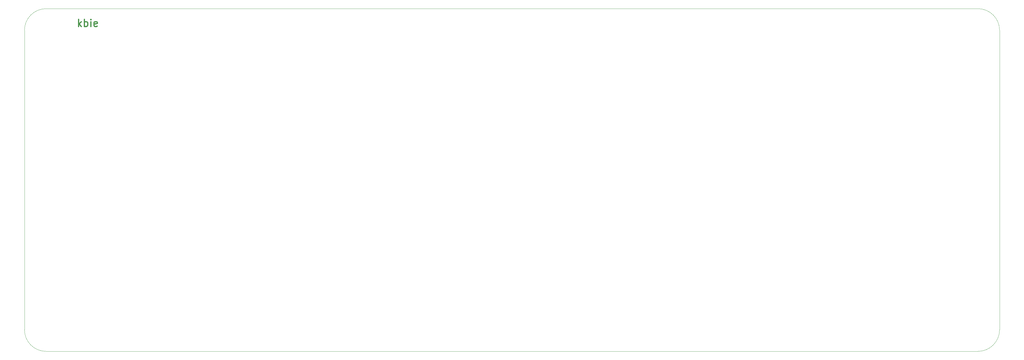
<source format=gbr>
%TF.GenerationSoftware,KiCad,Pcbnew,5.0.0-fee4fd1~66~ubuntu18.04.1*%
%TF.CreationDate,2018-09-12T00:22:08-07:00*%
%TF.ProjectId,keyboard2018,6B6579626F617264323031382E6B6963,rev?*%
%TF.SameCoordinates,Original*%
%TF.FileFunction,Legend,Top*%
%TF.FilePolarity,Positive*%
%FSLAX46Y46*%
G04 Gerber Fmt 4.6, Leading zero omitted, Abs format (unit mm)*
G04 Created by KiCad (PCBNEW 5.0.0-fee4fd1~66~ubuntu18.04.1) date Wed Sep 12 00:22:08 2018*
%MOMM*%
%LPD*%
G01*
G04 APERTURE LIST*
%ADD10C,0.406400*%
%ADD11C,0.050800*%
G04 APERTURE END LIST*
D10*
X66584285Y-85604047D02*
X66584285Y-83064047D01*
X66826190Y-84636428D02*
X67551904Y-85604047D01*
X67551904Y-83910714D02*
X66584285Y-84878333D01*
X68640476Y-85604047D02*
X68640476Y-83064047D01*
X68640476Y-84031666D02*
X68882380Y-83910714D01*
X69366190Y-83910714D01*
X69608095Y-84031666D01*
X69729047Y-84152619D01*
X69850000Y-84394523D01*
X69850000Y-85120238D01*
X69729047Y-85362142D01*
X69608095Y-85483095D01*
X69366190Y-85604047D01*
X68882380Y-85604047D01*
X68640476Y-85483095D01*
X70938571Y-85604047D02*
X70938571Y-83910714D01*
X70938571Y-83064047D02*
X70817619Y-83185000D01*
X70938571Y-83305952D01*
X71059523Y-83185000D01*
X70938571Y-83064047D01*
X70938571Y-83305952D01*
X73115714Y-85483095D02*
X72873809Y-85604047D01*
X72390000Y-85604047D01*
X72148095Y-85483095D01*
X72027142Y-85241190D01*
X72027142Y-84273571D01*
X72148095Y-84031666D01*
X72390000Y-83910714D01*
X72873809Y-83910714D01*
X73115714Y-84031666D01*
X73236666Y-84273571D01*
X73236666Y-84515476D01*
X72027142Y-84757380D01*
D11*
X47625000Y-86995000D02*
G75*
G02X55245000Y-79375000I7620000J0D01*
G01*
X55245000Y-200025000D02*
G75*
G02X47625000Y-192405000I0J7620000D01*
G01*
X390525000Y-192405000D02*
G75*
G02X382905000Y-200025000I-7620000J0D01*
G01*
X382905000Y-79375000D02*
G75*
G02X390525000Y-86995000I0J-7620000D01*
G01*
X382905000Y-79375000D02*
X55245000Y-79375000D01*
X390525000Y-192405000D02*
X390525000Y-86995000D01*
X55245000Y-200025000D02*
X382905000Y-200025000D01*
X47625000Y-86995000D02*
X47625000Y-192405000D01*
M02*

</source>
